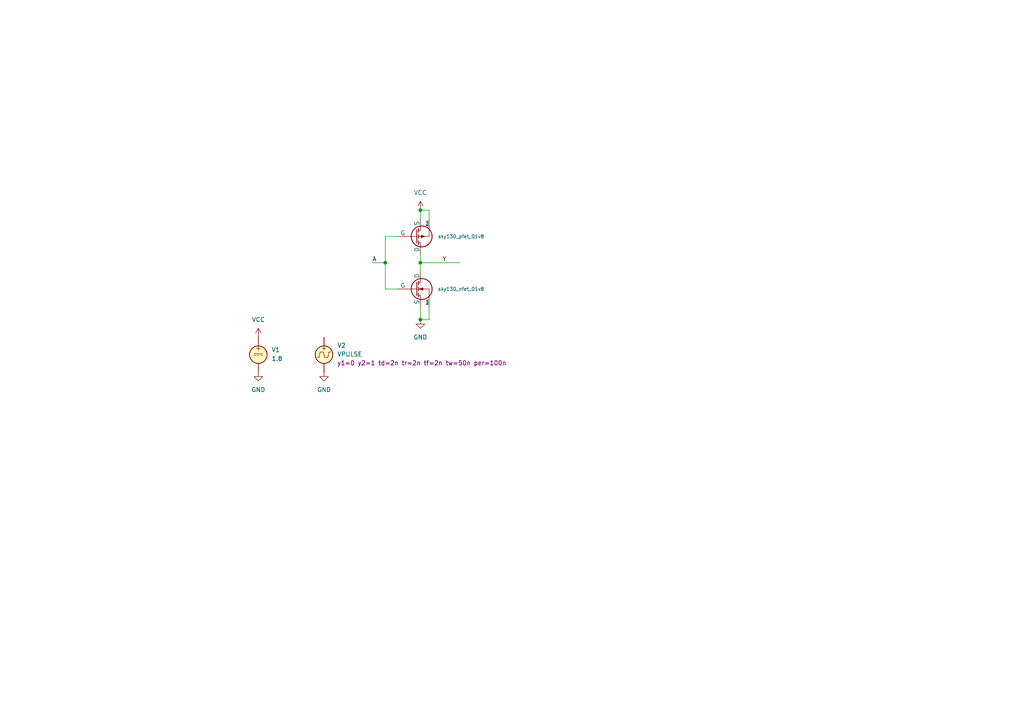
<source format=kicad_sch>
(kicad_sch (version 20231120) (generator "eeschema") (generator_version "8.0")
  (paper "A4")
  (lib_symbols
    (symbol "SKY 130 C:sky130_nfet_01v8" (pin_numbers hide) (pin_names (offset 0)) (in_bom no)
      (property "Value" "sky130_nfet_01v8" (at -8.89 -3.81 0))
      (symbol "sky130_nfet_01v8_1_1"
        (polyline (pts (xy 1.524 0) (xy -1.27 0)))
        (polyline (pts (xy 1.524 1.905) (xy 1.524 -1.905)) (stroke (width 0.254)))
        (polyline (pts (xy 2.032 -1.27) (xy 2.032 -2.286)) (stroke (width 0.254)))
        (polyline (pts (xy 2.032 0.508) (xy 2.032 -0.508)) (stroke (width 0.254)))
        (polyline (pts (xy 2.032 2.286) (xy 2.032 1.27)) (stroke (width 0.254)))
        (polyline (pts (xy 2.032 1.778) (xy 2.54 1.778) (xy 2.54 2.54)))
        (polyline (pts (xy 2.54 -2.54) (xy 2.54 -1.778) (xy 2.032 -1.778)))
        (polyline (pts (xy 5.08 -2.54) (xy 5.08 0) (xy 2.032 0)))
        (polyline (pts (xy 2.286 0) (xy 3.302 0.381) (xy 3.302 -0.381) (xy 2.286 0)) (fill (type outline)))
        (circle (center 2.921 0) (radius 3.0294) (stroke (width 0.254)))
        (pin passive line (at 2.54 5.08 270) (length 2.54) (name "D") (number "1"))
        (pin input line (at -3.81 0 0) (length 2.54) (name "G") (number "2"))
        (pin passive line (at 2.54 -5.08 90) (length 2.54) (name "S") (number "3"))
        (pin input line (at 5.08 -5.08 90) (length 2.54) (name "Bulk") (number "4"))
      )
    )
    (symbol "SKY 130 C:sky130_pfet_01v8" (pin_numbers hide) (pin_names (offset 0)) (in_bom no)
      (property "Value" "sky130_pfet_01v8" (at -8.89 -3.81 0))
      (symbol "sky130_pfet_01v8_1_1"
        (polyline (pts (xy 1.524 0) (xy -1.27 0)))
        (polyline (pts (xy 1.524 1.905) (xy 1.524 -1.905)) (stroke (width 0.254)))
        (polyline (pts (xy 2.032 -1.27) (xy 2.032 -2.286)) (stroke (width 0.254)))
        (polyline (pts (xy 2.032 0.508) (xy 2.032 -0.508)) (stroke (width 0.254)))
        (polyline (pts (xy 2.032 2.286) (xy 2.032 1.27)) (stroke (width 0.254)))
        (polyline (pts (xy 2.032 1.778) (xy 2.54 1.778) (xy 2.54 2.54)))
        (polyline (pts (xy 2.54 -2.54) (xy 2.54 -1.778) (xy 2.032 -1.778)))
        (polyline (pts (xy 5.08 -2.54) (xy 5.08 0) (xy 2.032 0)))
        (polyline (pts (xy 3.81 0) (xy 2.794 0.381) (xy 2.794 -0.381) (xy 3.81 0)) (fill (type outline)))
        (circle (center 2.921 0) (radius 3.0294) (stroke (width 0.254)))
        (pin passive line (at 2.54 5.08 270) (length 2.54) (name "D") (number "1"))
        (pin input line (at -3.81 0 0) (length 2.54) (name "G") (number "2"))
        (pin passive line (at 2.54 -5.08 90) (length 2.54) (name "S") (number "3"))
        (pin input line (at 5.08 -5.08 90) (length 2.54) (name "Bulk") (number "4"))
      )
    )
    (symbol "Simulation_SPICE:VDC" (pin_numbers hide) (pin_names (offset 0.0254))
      (property "Reference" "V" (at 2.54 2.54 0))
      (property "Value" "1" (at 2.54 0 0))
      (symbol "VDC_0_0"
        (polyline (pts (xy -1.27 0.254) (xy 1.27 0.254)))
        (polyline (pts (xy -0.762 -0.254) (xy -1.27 -0.254)))
        (polyline (pts (xy 0.254 -0.254) (xy -0.254 -0.254)))
        (polyline (pts (xy 1.27 -0.254) (xy 0.762 -0.254)))
        (text "+" (at 0 1.905 0) (effects (font (size 1.27 1.27))))
      )
      (symbol "VDC_0_1"
        (circle (center 0 0) (radius 2.54) (stroke (width 0.254)) (fill (type background)))
      )
      (symbol "VDC_1_1"
        (pin passive line (at 0 5.08 270) (length 2.54) (name "~") (number "1"))
        (pin passive line (at 0 -5.08 90) (length 2.54) (name "~") (number "2"))
      )
    )
    (symbol "Simulation_SPICE:VPULSE" (pin_numbers hide) (pin_names (offset 0.0254))
      (property "Reference" "V" (at 2.54 2.54 0))
      (property "Value" "VPULSE" (at 2.54 0 0))
      (property "Sim.Params" "y1=0 y2=1 td=2n tr=2n tf=2n tw=50n per=100n" (at 2.54 -2.54 0))
      (symbol "VPULSE_0_0"
        (polyline (pts (xy -2.032 -0.762) (xy -1.397 -0.762) (xy -1.143 0.762) (xy -0.127 0.762) (xy 0.127 -0.762) (xy 1.143 -0.762) (xy 1.397 0.762) (xy 2.032 0.762)))
        (text "+" (at 0 1.905 0) (effects (font (size 1.27 1.27))))
      )
      (symbol "VPULSE_0_1"
        (circle (center 0 0) (radius 2.54) (stroke (width 0.254)) (fill (type background)))
      )
      (symbol "VPULSE_1_1"
        (pin passive line (at 0 5.08 270) (length 2.54) (name "~") (number "1"))
        (pin passive line (at 0 -5.08 90) (length 2.54) (name "~") (number "2"))
      )
    )
    (symbol "power:GND" (power) (pin_numbers hide) (pin_names (offset 0) hide)
      (property "Value" "GND" (at 0 -3.81 0))
      (symbol "GND_0_1"
        (polyline (pts (xy 0 0) (xy 0 -1.27) (xy 1.27 -1.27) (xy 0 -2.54) (xy -1.27 -1.27) (xy 0 -1.27)))
      )
      (symbol "GND_1_1"
        (pin power_in line (at 0 0 270) (length 0) (name "~") (number "1"))
      )
    )
    (symbol "power:VCC" (power) (pin_numbers hide) (pin_names (offset 0) hide)
      (property "Value" "VCC" (at 0 3.556 0))
      (symbol "VCC_0_1"
        (polyline (pts (xy -0.762 1.27) (xy 0 2.54)))
        (polyline (pts (xy 0 0) (xy 0 2.54)))
        (polyline (pts (xy 0 2.54) (xy 0.762 1.27)))
      )
      (symbol "VCC_1_1"
        (pin power_in line (at 0 0 90) (length 0) (name "~") (number "1"))
      )
    )
  )
  (junction (at 121.92 60.96))
  (junction (at 121.92 92.71))
  (junction (at 111.76 76.2))
  (junction (at 121.92 76.2))
  (wire (pts (xy 121.92 88.9) (xy 121.92 92.71)))
  (wire (pts (xy 121.92 76.2) (xy 121.92 78.74)))
  (wire (pts (xy 124.46 88.9) (xy 124.46 92.71)))
  (wire (pts (xy 111.76 83.82) (xy 115.57 83.82)))
  (wire (pts (xy 121.92 60.96) (xy 124.46 60.96)))
  (wire (pts (xy 121.92 92.71) (xy 124.46 92.71)))
  (wire (pts (xy 111.76 76.2) (xy 111.76 83.82)))
  (wire (pts (xy 124.46 60.96) (xy 124.46 63.5)))
  (wire (pts (xy 107.95 76.2) (xy 111.76 76.2)))
  (wire (pts (xy 111.76 68.58) (xy 111.76 76.2)))
  (wire (pts (xy 115.57 68.58) (xy 111.76 68.58)))
  (wire (pts (xy 121.92 73.66) (xy 121.92 76.2)))
  (wire (pts (xy 121.92 76.2) (xy 133.35 76.2)))
  (wire (pts (xy 121.92 63.5) (xy 121.92 60.96)))
  (label "A" (at 107.95 76.2 0))
  (label "Y" (at 128.27 76.2 0))
  (symbol (lib_id "power:VCC") (at 121.92 60.96 0) (unit 1)
    (property "Reference" "#PWR01" (effects (hide yes)))
    (property "Value" "VCC" (at 121.92 55.88 0))
    (property "Description" "Power symbol creates a global label with name \"VCC\"" (effects (hide yes)))
  )
  (symbol (lib_id "Simulation_SPICE:VPULSE") (at 93.98 102.87 0) (unit 1)
    (property "Reference" "V2" (at 97.79 100.2001 0) (effects (justify left)))
    (property "Value" "VPULSE" (at 97.79 102.7401 0) (effects (justify left)))
    (property "Datasheet" "https://ngspice.sourceforge.io/docs/ngspice-html-manual/manual.xhtml#sec_Independent_Sources_for" (effects (hide yes)))
    (property "Description" "Voltage source, pulse" (effects (hide yes)))
    (property "Sim.Pins" "1=+ 2=-" (effects (hide yes)))
    (property "Sim.Type" "PULSE" (effects (hide yes)))
    (property "Sim.Device" "V" (effects (hide yes)))
    (property "Sim.Params" "y1=0 y2=1 td=2n tr=2n tf=2n tw=50n per=100n" (at 97.79 105.2801 0) (effects (justify left)))
  )
  (symbol (lib_id "SKY 130 C:sky130_nfet_01v8") (at 119.38 83.82 0) (unit 1) (in_bom no)
    (property "Reference" "Q2" (effects (hide yes)))
    (property "Value" "sky130_nfet_01v8" (at 127 83.82 0) (effects (font (size 1 1)) (justify left)))
    (property "Footprint" "(370.08, 365.08)" (effects (hide yes)))
    (property "Datasheet" "sky130_fd_pr.lef" (effects (hide yes)))
    (property "Cell PDK" "sky130A" (effects (hide yes)))
    (property "Cell Library" "sky130_fd_pr" (effects (hide yes)))
    (property "Sim.Library" "${PDK_LIBS}/spice/sky130_fet.lib" (effects (hide yes)))
    (property "Sim.Name" "sky130_nfet_01v8" (effects (hide yes)))
    (property "Sim.Device" "SUBCKT" (effects (hide yes)))
  )
  (symbol (lib_id "power:GND") (at 121.92 92.71 0) (unit 1)
    (property "Reference" "#PWR02" (effects (hide yes)))
    (property "Value" "GND" (at 121.92 97.79 0))
    (property "Description" "Power symbol creates a global label with name \"GND\" , ground" (effects (hide yes)))
  )
  (symbol (lib_id "power:GND") (at 93.98 107.95 0) (unit 1)
    (property "Reference" "#PWR04" (effects (hide yes)))
    (property "Value" "GND" (at 93.98 113.03 0))
    (property "Description" "Power symbol creates a global label with name \"GND\" , ground" (effects (hide yes)))
  )
  (symbol (lib_id "power:VCC") (at 74.93 97.79 0) (unit 1)
    (property "Reference" "#PWR05" (effects (hide yes)))
    (property "Value" "VCC" (at 74.93 92.71 0))
    (property "Description" "Power symbol creates a global label with name \"VCC\"" (effects (hide yes)))
  )
  (symbol (lib_id "power:GND") (at 74.93 107.95 0) (unit 1)
    (property "Reference" "#PWR03" (effects (hide yes)))
    (property "Value" "GND" (at 74.93 113.03 0))
    (property "Description" "Power symbol creates a global label with name \"GND\" , ground" (effects (hide yes)))
  )
  (symbol (lib_id "Simulation_SPICE:VDC") (at 74.93 102.87 0) (unit 1)
    (property "Reference" "V1" (at 78.74 101.4701 0) (effects (justify left)))
    (property "Value" "1.8" (at 78.74 104.0101 0) (effects (justify left)))
    (property "Datasheet" "https://ngspice.sourceforge.io/docs/ngspice-html-manual/manual.xhtml#sec_Independent_Sources_for" (effects (hide yes)))
    (property "Description" "Voltage source, DC" (effects (hide yes)))
    (property "Sim.Pins" "1=+ 2=-" (effects (hide yes)))
    (property "Sim.Type" "DC" (effects (hide yes)))
    (property "Sim.Device" "V" (effects (hide yes)))
  )
  (symbol (lib_id "SKY 130 C:sky130_pfet_01v8") (at 119.38 68.58 0) (mirror x) (unit 1) (in_bom no)
    (property "Reference" "Q1" (effects (hide yes)))
    (property "Value" "sky130_pfet_01v8" (at 127 68.58 0) (effects (font (size 1 1)) (justify left)))
    (property "Footprint" "(370.08, 365.08)" (effects (hide yes)))
    (property "Datasheet" "sky130_fd_pr.lef" (effects (hide yes)))
    (property "Cell PDK" "sky130A" (effects (hide yes)))
    (property "Cell Library" "sky130_fd_pr" (effects (hide yes)))
    (property "Sim.Library" "${PDK_LIBS}/spice/sky130_fet.lib" (effects (hide yes)))
    (property "Sim.Name" "sky130_pfet_01v8" (effects (hide yes)))
    (property "Sim.Device" "SUBCKT" (effects (hide yes)))
  )
)
</source>
